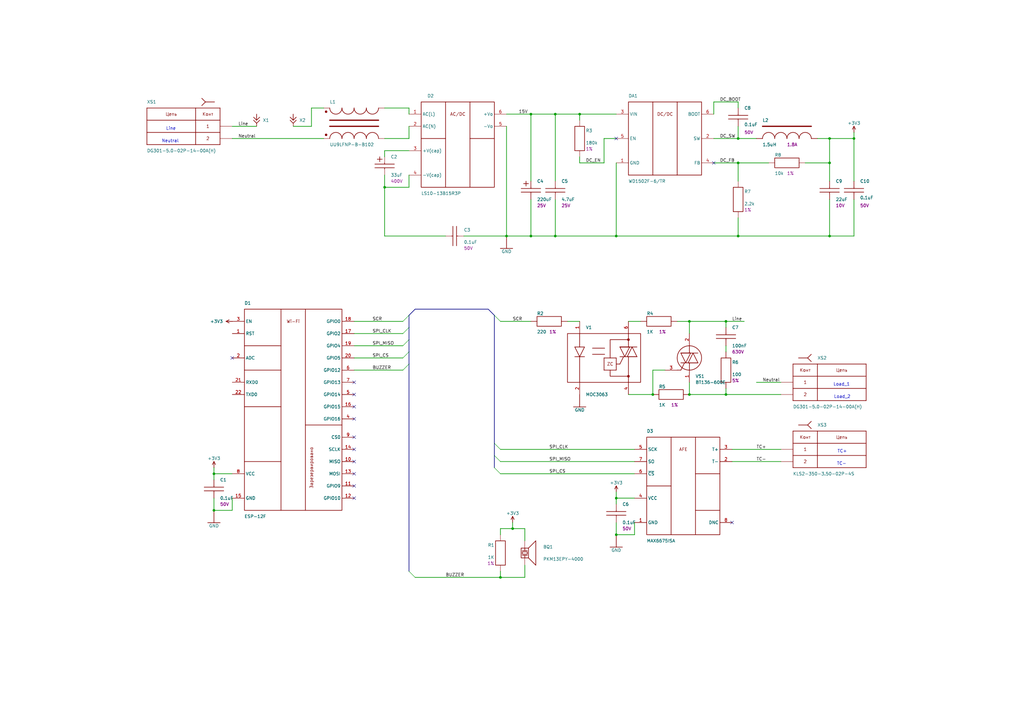
<source format=kicad_sch>
(kicad_sch (version 20231120) (generator "eeschema") (generator_version "8.0")
  (paper "User" 419.989 297.002)
  (lib_symbols
    (symbol "Schematic-altium-import:+3V3_GOST_ARROW" (power)
      (property "Reference" "#PWR" (at 0 0 0))
      (property "Value" "+3V3" (at 0 3.81 0))
      (symbol "+3V3_GOST_ARROW_0_0"
        (pin power_in line (at 0 0 0) (length 0) hide (name "+3V3") (number ""))
      )
    )
    (symbol "Schematic-altium-import:GND_GOST_BAR" (power)
      (property "Reference" "#PWR" (at 0 0 0))
      (property "Value" "GND" (at 0 6.35 0))
      (symbol "GND_GOST_BAR_0_0"
        (pin power_in line (at 0 0 0) (length 0) hide (name "GND") (number ""))
      )
    )
    (symbol "Schematic-altium-import:root_0_Buzzer"
      (symbol "root_0_Buzzer_1_0"
        (pin passive line (at 0 5 270) (length 3) (name "1") (number "1"))
        (pin passive line (at 0 -5 90) (length 3) (name "2") (number "2"))
      )
    )
    (symbol "Schematic-altium-import:root_0_CONN_2PIN_F"
      (property "Reference" "XS3" (at 15 10 0))
      (property "Value" "${PART NUMBER}" (at 5 -10 0))
      (symbol "root_0_CONN_2PIN_F_1_0"
        (text "1" (at 10 0 0) (effects (font (size 1.27 1.27))))
        (text "2" (at 10 -5 0) (effects (font (size 1.27 1.27))))
        (text "Конт" (at 10 5 0) (effects (font (size 1.27 1.27))))
        (text "Цепь" (at 25 5 0) (effects (font (size 1.27 1.27))))
        (pin passive line (at 0 0 0) (length 5) (name "1") (number "1"))
        (pin passive line (at 0 -5 0) (length 5) (name "2") (number "2"))
      )
    )
    (symbol "Schematic-altium-import:root_0_Common Mode Choke"
      (symbol "root_0_Common Mode Choke_1_0"
        (pin passive line (at 0 0 0) (length 2.5) (name "1") (number "1"))
        (pin passive line (at 25 0 180) (length 2.5) (name "2") (number "2"))
        (pin passive line (at 25 -12.5 180) (length 2.5) (name "3") (number "3"))
        (pin passive line (at 0 -12.5 0) (length 2.5) (name "4") (number "4"))
      )
    )
    (symbol "Schematic-altium-import:root_0_ESP-12F"
      (property "Reference" "D1" (at 5 7.5 0))
      (property "Value" "${PART NUMBER}" (at 5 -80 0))
      (symbol "root_0_ESP-12F_1_0"
        (text "Wi-Fi" (at 25 0 0) (effects (font (size 1.27 1.27))))
        (text "Зарезервировано" (at 32.5 -60 900) (effects (font (size 1.27 1.27))))
        (pin passive line (at 0 -5 0) (length 5) (name "RST") (number "1"))
        (pin passive line (at 50 -57.5 180) (length 5) (name "MISO") (number "10"))
        (pin passive line (at 50 -67.5 180) (length 5) (name "GPIO9") (number "11"))
        (pin passive line (at 50 -72.5 180) (length 5) (name "GPIO10") (number "12"))
        (pin passive line (at 50 -62.5 180) (length 5) (name "MOSI") (number "13"))
        (pin passive line (at 50 -52.5 180) (length 5) (name "SCLK") (number "14"))
        (pin passive line (at 0 -72.5 0) (length 5) (name "GND") (number "15"))
        (pin passive line (at 50 -35 180) (length 5) (name "GPIO15") (number "16"))
        (pin passive line (at 50 -5 180) (length 5) (name "GPIO2") (number "17"))
        (pin passive line (at 50 0 180) (length 5) (name "GPIO0") (number "18"))
        (pin passive line (at 50 -10 180) (length 5) (name "GPIO4") (number "19"))
        (pin passive line (at 0 -15 0) (length 5) (name "ADC") (number "2"))
        (pin passive line (at 50 -15 180) (length 5) (name "GPIO5") (number "20"))
        (pin passive line (at 0 -25 0) (length 5) (name "RXD0") (number "21"))
        (pin passive line (at 0 -30 0) (length 5) (name "TXD0") (number "22"))
        (pin passive line (at 0 0 0) (length 5) (name "EN") (number "3"))
        (pin passive line (at 50 -40 180) (length 5) (name "GPIO16") (number "4"))
        (pin passive line (at 50 -30 180) (length 5) (name "GPIO14") (number "5"))
        (pin passive line (at 50 -20 180) (length 5) (name "GPIO12") (number "6"))
        (pin passive line (at 50 -25 180) (length 5) (name "GPIO13") (number "7"))
        (pin passive line (at 0 -62.5 0) (length 5) (name "VCC") (number "8"))
        (pin passive line (at 50 -47.5 180) (length 5) (name "CS0") (number "9"))
      )
    )
    (symbol "Schematic-altium-import:root_0_Inductor"
      (property "Reference" "L2" (at 2.5 7.5 0))
      (property "Value" "${INDUCTANCE}" (at 2.5 -2.5 0))
      (property "PARAMETER" "${RATED CURRENT}" (at 12.5 -2.5 0))
      (symbol "root_0_Inductor_1_0"
        (pin passive line (at 0 0 0) (length 2.5) (name "1") (number "1"))
        (pin passive line (at 25 0 180) (length 2.5) (name "2") (number "2"))
      )
    )
    (symbol "Schematic-altium-import:root_0_LS10-13BxxR3P"
      (property "Reference" "D2" (at 7.5 7.5 0))
      (property "Value" "${PART NUMBER}" (at 5 -32.5 0))
      (symbol "root_0_LS10-13BxxR3P_1_0"
        (text "AC/DC" (at 20 0 0) (effects (font (size 1.27 1.27))))
        (pin passive line (at 0 0 0) (length 5) (name "AC(L)") (number "1"))
        (pin passive line (at 0 -5 0) (length 5) (name "AC(N)") (number "2"))
        (pin passive line (at 0 -15 0) (length 5) (name "+V(cap)") (number "3"))
        (pin passive line (at 0 -25 0) (length 5) (name "-V(cap)") (number "4"))
        (pin passive line (at 40 -5 180) (length 5) (name "-Vo") (number "5"))
        (pin passive line (at 40 0 180) (length 5) (name "+Vo") (number "6"))
      )
    )
    (symbol "Schematic-altium-import:root_0_MAX6675ISA"
      (property "Reference" "D3" (at 5 7.5 0))
      (property "Value" "${PART NUMBER}" (at 5 -37.5 0))
      (symbol "root_0_MAX6675ISA_1_0"
        (text "AFE" (at 20 0 0) (effects (font (size 1.27 1.27))))
        (pin passive line (at 0 -30 0) (length 5) (name "GND") (number "1"))
        (pin passive line (at 40 -5 180) (length 5) (name "T-") (number "2"))
        (pin passive line (at 40 0 180) (length 5) (name "T+") (number "3"))
        (pin passive line (at 0 -20 0) (length 5) (name "VCC") (number "4"))
        (pin passive line (at 0 0 0) (length 5) (name "SCK") (number "5"))
        (pin passive line (at 0 -10 0) (length 5) (name "~{CS}") (number "6"))
        (pin passive line (at 0 -5 0) (length 5) (name "SO") (number "7"))
        (pin passive line (at 40 -30 180) (length 5) (name "DNC") (number "8"))
      )
    )
    (symbol "Schematic-altium-import:root_0_MOC3063"
      (property "Reference" "V1" (at 2.5 0 0))
      (property "Value" "${PART NUMBER}" (at 2.5 -27.5 0))
      (symbol "root_0_MOC3063_1_0"
        (text "ZC" (at 12.5 -15 0) (effects (font (size 1.27 1.27))))
        (pin passive line (at 0 2.5 270) (length 5) (name "+") (number "1"))
        (pin passive line (at 0 -27.5 90) (length 5) (name "-") (number "2"))
        (pin passive line (at 20 -27.5 90) (length 5) (name "") (number "4"))
        (pin passive line (at 20 2.5 270) (length 5) (name "") (number "6"))
      )
    )
    (symbol "Schematic-altium-import:root_0_Resistor"
      (symbol "root_0_Resistor_1_0"
        (pin passive line (at 0 0 0) (length 2.5) (name "1") (number "1"))
        (pin passive line (at 15 0 180) (length 2.5) (name "2") (number "2"))
      )
    )
    (symbol "Schematic-altium-import:root_0_Triac_1T12T23G"
      (property "Reference" "VS1" (at 10 -2.5 0))
      (property "Value" "${PART NUMBER}" (at 10 -5 0))
      (symbol "root_0_Triac_1T12T23G_1_0"
        (pin passive line (at 7.5 -5 90) (length 5) (name "T1") (number "1"))
        (pin passive line (at 7.5 15 270) (length 5) (name "T2") (number "2"))
        (pin passive line (at -2.5 0 0) (length 5) (name "G") (number "3"))
      )
    )
    (symbol "Schematic-altium-import:root_0_WD1502F-6_TR"
      (symbol "root_0_WD1502F-6_TR_1_0"
        (text "DC/DC" (at 20 0 0) (effects (font (size 1.27 1.27))))
        (pin passive line (at 0 -20 0) (length 5) (name "GND") (number "1"))
        (pin passive line (at 40 -10 180) (length 5) (name "SW") (number "2"))
        (pin passive line (at 0 0 0) (length 5) (name "VIN") (number "3"))
        (pin passive line (at 40 -20 180) (length 5) (name "FB") (number "4"))
        (pin passive line (at 0 -10 0) (length 5) (name "EN") (number "5"))
        (pin passive line (at 40 0 180) (length 5) (name "BOOT") (number "6"))
      )
    )
    (symbol "Schematic-altium-import:root_0_mirrored_CONN_2PIN_F"
      (property "Reference" "XS1" (at -35 10 0))
      (property "Value" "${PART NUMBER}" (at -35 -10 0))
      (symbol "root_0_mirrored_CONN_2PIN_F_1_0"
        (text "1" (at -10 0 0) (effects (font (size 1.27 1.27))))
        (text "2" (at -10 -5 0) (effects (font (size 1.27 1.27))))
        (text "Конт" (at -10 5 0) (effects (font (size 1.27 1.27))))
        (text "Цепь" (at -25 5 0) (effects (font (size 1.27 1.27))))
        (pin passive line (at 0 0 180) (length 5) (name "1") (number "1"))
        (pin passive line (at 0 -5 180) (length 5) (name "2") (number "2"))
      )
    )
    (symbol "Schematic-altium-import:root_1_Capacitor"
      (symbol "root_1_Capacitor_1_0"
        (pin passive line (at 0 7.5 270) (length 2.5) (name "1") (number "1"))
        (pin passive line (at 0 0 90) (length 2.5) (name "2") (number "2"))
      )
    )
    (symbol "Schematic-altium-import:root_1_Capacitor_pol"
      (symbol "root_1_Capacitor_pol_1_0"
        (pin passive line (at 0 0 90) (length 2.5) (name "1") (number "1"))
        (pin passive line (at 0 7.5 270) (length 2.5) (name "2") (number "2"))
      )
    )
    (symbol "Schematic-altium-import:root_1_Fuse clip 5x20"
      (symbol "root_1_Fuse clip 5x20_1_0"
        (pin passive line (at 0 0 90) (length 1.25) (name "") (number "1"))
        (pin passive line (at 0 0 90) (length 1.25) (name "1") (number "1"))
      )
    )
    (symbol "Schematic-altium-import:root_1_Resistor"
      (symbol "root_1_Resistor_1_0"
        (pin passive line (at 0 0 90) (length 2.5) (name "1") (number "1"))
        (pin passive line (at 0 15 270) (length 2.5) (name "2") (number "2"))
      )
    )
    (symbol "Schematic-altium-import:root_1_mirrored_Resistor"
      (symbol "root_1_mirrored_Resistor_1_0"
        (pin passive line (at 0 0 90) (length 2.5) (name "1") (number "1"))
        (pin passive line (at 0 15 270) (length 2.5) (name "2") (number "2"))
      )
    )
    (symbol "Schematic-altium-import:root_2_Capacitor"
      (symbol "root_2_Capacitor_1_0"
        (pin passive line (at -7.5 0 0) (length 2.5) (name "1") (number "1"))
        (pin passive line (at 0 0 180) (length 2.5) (name "2") (number "2"))
      )
    )
    (symbol "Schematic-altium-import:root_2_Resistor"
      (symbol "root_2_Resistor_1_0"
        (pin passive line (at 0 0 180) (length 2.5) (name "1") (number "1"))
        (pin passive line (at -15 0 0) (length 2.5) (name "2") (number "2"))
      )
    )
    (symbol "root_0_CONN_2PIN_F_1"
      (property "Reference" "XS2" (at 15 10 0))
      (property "Value" "${PART NUMBER}" (at 5 -10 0))
      (symbol "root_0_CONN_2PIN_F_1_1_0"
        (text "1" (at 10 0 0) (effects (font (size 1.27 1.27))))
        (text "2" (at 10 -5 0) (effects (font (size 1.27 1.27))))
        (text "Конт" (at 10 5 0) (effects (font (size 1.27 1.27))))
        (text "Цепь" (at 25 5 0) (effects (font (size 1.27 1.27))))
        (pin passive line (at 0 0 0) (length 5) (name "1") (number "1"))
        (pin passive line (at 0 -5 0) (length 5) (name "2") (number "2"))
      )
    )
  )
  (junction (at 87.75 209.31))
  (junction (at 205.25 236.81))
  (junction (at 340.25 66.81))
  (junction (at 282.75 131.81))
  (junction (at 252.75 96.81))
  (junction (at 217.75 46.81))
  (junction (at 207.75 96.81))
  (junction (at 297.75 131.81))
  (junction (at 252.75 204.31))
  (junction (at 302.75 66.81))
  (junction (at 217.75 96.81))
  (junction (at 350.25 56.81))
  (junction (at 157.75 76.81))
  (junction (at 227.75 96.81))
  (junction (at 340.25 56.81))
  (junction (at 210.25 216.81))
  (junction (at 237.75 46.81))
  (junction (at 302.75 96.81))
  (junction (at 267.75 161.81))
  (junction (at 227.75 46.81))
  (junction (at 302.75 56.81))
  (junction (at 87.75 194.31))
  (junction (at 340.25 96.81))
  (junction (at 282.75 161.81))
  (junction (at 297.75 161.81))
  (junction (at 252.75 219.31))
  (no_connect (at 145.25 194.31))
  (no_connect (at 292.75 66.81))
  (no_connect (at 145.25 161.81))
  (no_connect (at 145.25 184.31))
  (no_connect (at 145.25 199.31))
  (no_connect (at 95.25 146.81))
  (no_connect (at 145.25 156.81))
  (no_connect (at 145.25 171.81))
  (no_connect (at 145.25 189.31))
  (no_connect (at 300.25 214.31))
  (no_connect (at 145.25 204.31))
  (no_connect (at 252.75 56.81))
  (no_connect (at 145.25 179.31))
  (no_connect (at 145.25 166.81))
  (bus_entry (at 165.25 136.81) (size 2.5 -2.5))
  (bus_entry (at 205.25 184.31) (size -2.5 -2.5))
  (bus_entry (at 205.25 189.31) (size -2.5 -2.5))
  (bus_entry (at 165.25 141.81) (size 2.5 -2.5))
  (bus_entry (at 205.25 194.31) (size -2.5 -2.5))
  (bus_entry (at 165.25 131.81) (size 2.5 -2.5))
  (bus_entry (at 165.25 151.81) (size 2.5 -2.5))
  (bus_entry (at 165.25 146.81) (size 2.5 -2.5))
  (bus_entry (at 170.25 236.81) (size -2.5 -2.5))
  (bus_entry (at 205.25 131.81) (size -2.5 -2.5))
  (wire (pts (xy 145.25 151.81) (xy 165.25 151.81)) (stroke (width 0.254)))
  (wire (pts (xy 350.25 54.31) (xy 350.25 56.81)) (stroke (width 0.254)))
  (wire (pts (xy 157.75 96.81) (xy 182.75 96.81)) (stroke (width 0.254)))
  (wire (pts (xy 252.75 204.31) (xy 252.75 206.81)) (stroke (width 0.254)))
  (wire (pts (xy 217.75 131.81) (xy 205.25 131.81)) (stroke (width 0.254)))
  (wire (pts (xy 297.75 131.81) (xy 305.25 131.81)) (stroke (width 0.254)))
  (wire (pts (xy 267.75 151.81) (xy 267.75 161.81)) (stroke (width 0.254)))
  (wire (pts (xy 215.25 236.81) (xy 215.25 231.81)) (stroke (width 0.254)))
  (wire (pts (xy 205.25 234.31) (xy 205.25 236.81)) (stroke (width 0.254)))
  (wire (pts (xy 157.75 76.81) (xy 167.75 76.81)) (stroke (width 0.254)))
  (wire (pts (xy 167.75 76.81) (xy 167.75 71.81)) (stroke (width 0.254)))
  (wire (pts (xy 157.75 71.81) (xy 157.75 76.81)) (stroke (width 0.254)))
  (wire (pts (xy 292.75 66.81) (xy 302.75 66.81)) (stroke (width 0.254)))
  (wire (pts (xy 267.75 161.81) (xy 257.75 161.81)) (stroke (width 0.254)))
  (wire (pts (xy 95.25 209.31) (xy 87.75 209.31)) (stroke (width 0.254)))
  (wire (pts (xy 257.75 131.81) (xy 262.75 131.81)) (stroke (width 0.254)))
  (wire (pts (xy 272.75 151.81) (xy 267.75 151.81)) (stroke (width 0.254)))
  (wire (pts (xy 350.25 56.81) (xy 350.25 74.31)) (stroke (width 0.254)))
  (wire (pts (xy 302.75 96.81) (xy 340.25 96.81)) (stroke (width 0.254)))
  (wire (pts (xy 252.75 201.81) (xy 252.75 204.31)) (stroke (width 0.254)))
  (wire (pts (xy 207.75 51.81) (xy 207.75 96.81)) (stroke (width 0.254)))
  (wire (pts (xy 95.25 51.81) (xy 105.25 51.81)) (stroke (width 0.254)))
  (bus (pts (xy 170.25 126.81) (xy 167.75 129.31)) (stroke (width 0.254)))
  (wire (pts (xy 157.75 76.81) (xy 157.75 96.81)) (stroke (width 0.254)))
  (wire (pts (xy 320.25 156.81) (xy 310.25 156.81)) (stroke (width 0.254)))
  (wire (pts (xy 297.75 161.81) (xy 320.25 161.81)) (stroke (width 0.254)))
  (wire (pts (xy 227.75 96.81) (xy 252.75 96.81)) (stroke (width 0.254)))
  (wire (pts (xy 297.75 141.81) (xy 297.75 144.31)) (stroke (width 0.254)))
  (wire (pts (xy 340.25 56.81) (xy 335.25 56.81)) (stroke (width 0.254)))
  (bus (pts (xy 167.75 129.31) (xy 167.75 134.31)) (stroke (width 0.254)))
  (wire (pts (xy 95.25 204.31) (xy 95.25 209.31)) (stroke (width 0.254)))
  (wire (pts (xy 252.75 66.81) (xy 252.75 96.81)) (stroke (width 0.254)))
  (wire (pts (xy 207.75 96.81) (xy 217.75 96.81)) (stroke (width 0.254)))
  (wire (pts (xy 227.75 46.81) (xy 237.75 46.81)) (stroke (width 0.254)))
  (wire (pts (xy 282.75 131.81) (xy 282.75 136.81)) (stroke (width 0.254)))
  (wire (pts (xy 167.75 51.81) (xy 167.75 56.81)) (stroke (width 0.254)))
  (wire (pts (xy 127.75 44.31) (xy 132.75 44.31)) (stroke (width 0.254)))
  (wire (pts (xy 282.75 131.81) (xy 297.75 131.81)) (stroke (width 0.254)))
  (wire (pts (xy 297.75 134.31) (xy 297.75 131.81)) (stroke (width 0.254)))
  (wire (pts (xy 260.25 189.31) (xy 205.25 189.31)) (stroke (width 0.254)))
  (wire (pts (xy 232.75 131.81) (xy 237.75 131.81)) (stroke (width 0.254)))
  (wire (pts (xy 302.75 44.31) (xy 302.75 41.81)) (stroke (width 0.254)))
  (wire (pts (xy 302.75 41.81) (xy 292.75 41.81)) (stroke (width 0.254)))
  (bus (pts (xy 200.25 126.81) (xy 170.25 126.81)) (stroke (width 0.254)))
  (wire (pts (xy 297.75 159.31) (xy 297.75 161.81)) (stroke (width 0.254)))
  (wire (pts (xy 260.25 194.31) (xy 205.25 194.31)) (stroke (width 0.254)))
  (wire (pts (xy 167.75 61.81) (xy 157.75 61.81)) (stroke (width 0.254)))
  (wire (pts (xy 252.75 56.81) (xy 247.75 56.81)) (stroke (width 0.254)))
  (wire (pts (xy 217.75 46.81) (xy 217.75 74.31)) (stroke (width 0.254)))
  (wire (pts (xy 217.75 96.81) (xy 217.75 81.81)) (stroke (width 0.254)))
  (wire (pts (xy 227.75 46.81) (xy 227.75 74.31)) (stroke (width 0.254)))
  (wire (pts (xy 167.75 56.81) (xy 157.75 56.81)) (stroke (width 0.254)))
  (wire (pts (xy 157.75 61.81) (xy 157.75 64.31)) (stroke (width 0.254)))
  (wire (pts (xy 145.25 131.81) (xy 165.25 131.81)) (stroke (width 0.254)))
  (wire (pts (xy 302.75 56.81) (xy 302.75 51.81)) (stroke (width 0.254)))
  (wire (pts (xy 215.25 216.81) (xy 215.25 221.81)) (stroke (width 0.254)))
  (wire (pts (xy 205.25 236.81) (xy 215.25 236.81)) (stroke (width 0.254)))
  (wire (pts (xy 252.75 96.81) (xy 302.75 96.81)) (stroke (width 0.254)))
  (wire (pts (xy 227.75 96.81) (xy 227.75 81.81)) (stroke (width 0.254)))
  (wire (pts (xy 340.25 96.81) (xy 350.25 96.81)) (stroke (width 0.254)))
  (wire (pts (xy 260.25 184.31) (xy 205.25 184.31)) (stroke (width 0.254)))
  (bus (pts (xy 167.75 139.31) (xy 167.75 144.31)) (stroke (width 0.254)))
  (wire (pts (xy 95.25 56.81) (xy 132.75 56.81)) (stroke (width 0.254)))
  (wire (pts (xy 302.75 74.31) (xy 302.75 66.81)) (stroke (width 0.254)))
  (wire (pts (xy 292.75 41.81) (xy 292.75 46.81)) (stroke (width 0.254)))
  (bus (pts (xy 202.75 191.81) (xy 202.75 186.81)) (stroke (width 0.254)))
  (wire (pts (xy 127.75 51.81) (xy 127.75 44.31)) (stroke (width 0.254)))
  (wire (pts (xy 282.75 156.81) (xy 282.75 161.81)) (stroke (width 0.254)))
  (wire (pts (xy 145.25 141.81) (xy 165.25 141.81)) (stroke (width 0.254)))
  (wire (pts (xy 340.25 66.81) (xy 340.25 56.81)) (stroke (width 0.254)))
  (wire (pts (xy 120.25 51.81) (xy 127.75 51.81)) (stroke (width 0.254)))
  (wire (pts (xy 217.75 46.81) (xy 227.75 46.81)) (stroke (width 0.254)))
  (wire (pts (xy 87.75 209.31) (xy 87.75 204.31)) (stroke (width 0.254)))
  (bus (pts (xy 167.75 144.31) (xy 167.75 149.31)) (stroke (width 0.254)))
  (wire (pts (xy 205.25 219.31) (xy 205.25 216.81)) (stroke (width 0.254)))
  (wire (pts (xy 167.75 46.81) (xy 167.75 44.31)) (stroke (width 0.254)))
  (wire (pts (xy 340.25 56.81) (xy 350.25 56.81)) (stroke (width 0.254)))
  (wire (pts (xy 145.25 146.81) (xy 165.25 146.81)) (stroke (width 0.254)))
  (wire (pts (xy 207.75 46.81) (xy 217.75 46.81)) (stroke (width 0.254)))
  (wire (pts (xy 237.75 46.81) (xy 237.75 49.31)) (stroke (width 0.254)))
  (bus (pts (xy 202.75 186.81) (xy 202.75 181.81)) (stroke (width 0.254)))
  (wire (pts (xy 237.75 46.81) (xy 252.75 46.81)) (stroke (width 0.254)))
  (wire (pts (xy 340.25 74.31) (xy 340.25 66.81)) (stroke (width 0.254)))
  (wire (pts (xy 340.25 96.81) (xy 340.25 81.81)) (stroke (width 0.254)))
  (wire (pts (xy 350.25 96.81) (xy 350.25 81.81)) (stroke (width 0.254)))
  (wire (pts (xy 210.25 216.81) (xy 215.25 216.81)) (stroke (width 0.254)))
  (wire (pts (xy 247.75 56.81) (xy 247.75 66.81)) (stroke (width 0.254)))
  (wire (pts (xy 217.75 96.81) (xy 227.75 96.81)) (stroke (width 0.254)))
  (wire (pts (xy 260.25 204.31) (xy 252.75 204.31)) (stroke (width 0.254)))
  (wire (pts (xy 237.75 66.81) (xy 237.75 64.31)) (stroke (width 0.254)))
  (wire (pts (xy 302.75 66.81) (xy 315.25 66.81)) (stroke (width 0.254)))
  (wire (pts (xy 95.25 194.31) (xy 87.75 194.31)) (stroke (width 0.254)))
  (wire (pts (xy 87.75 194.31) (xy 87.75 196.81)) (stroke (width 0.254)))
  (wire (pts (xy 210.25 214.31) (xy 210.25 216.81)) (stroke (width 0.254)))
  (wire (pts (xy 190.25 96.81) (xy 207.75 96.81)) (stroke (width 0.254)))
  (bus (pts (xy 167.75 134.31) (xy 167.75 139.31)) (stroke (width 0.254)))
  (wire (pts (xy 330.25 66.81) (xy 340.25 66.81)) (stroke (width 0.254)))
  (wire (pts (xy 205.25 216.81) (xy 210.25 216.81)) (stroke (width 0.254)))
  (wire (pts (xy 302.75 56.81) (xy 310.25 56.81)) (stroke (width 0.254)))
  (wire (pts (xy 320.25 189.31) (xy 300.25 189.31)) (stroke (width 0.254)))
  (wire (pts (xy 247.75 66.81) (xy 237.75 66.81)) (stroke (width 0.254)))
  (wire (pts (xy 170.25 236.81) (xy 205.25 236.81)) (stroke (width 0.254)))
  (wire (pts (xy 260.25 219.31) (xy 252.75 219.31)) (stroke (width 0.254)))
  (bus (pts (xy 167.75 149.31) (xy 167.75 234.31)) (stroke (width 0.254)))
  (wire (pts (xy 145.25 136.81) (xy 165.25 136.81)) (stroke (width 0.254)))
  (wire (pts (xy 87.75 191.81) (xy 87.75 194.31)) (stroke (width 0.254)))
  (wire (pts (xy 252.75 219.31) (xy 252.75 214.31)) (stroke (width 0.254)))
  (wire (pts (xy 302.75 96.81) (xy 302.75 89.31)) (stroke (width 0.254)))
  (wire (pts (xy 167.75 44.31) (xy 157.75 44.31)) (stroke (width 0.254)))
  (wire (pts (xy 282.75 161.81) (xy 297.75 161.81)) (stroke (width 0.254)))
  (wire (pts (xy 292.75 56.81) (xy 302.75 56.81)) (stroke (width 0.254)))
  (wire (pts (xy 277.75 131.81) (xy 282.75 131.81)) (stroke (width 0.254)))
  (wire (pts (xy 320.25 184.31) (xy 300.25 184.31)) (stroke (width 0.254)))
  (bus (pts (xy 202.75 181.81) (xy 202.75 129.31)) (stroke (width 0.254)))
  (bus (pts (xy 202.75 129.31) (xy 200.25 126.81)) (stroke (width 0.254)))
  (wire (pts (xy 260.25 214.31) (xy 260.25 219.31)) (stroke (width 0.254)))
  (text "Load_1" (at 345.186 157.734 0) (effects (font (size 1.27 1.27))))
  (text "Neutral" (at 69.85 57.912 0) (effects (font (size 1.27 1.27))))
  (text "Load_2" (at 345.44 162.814 0) (effects (font (size 1.27 1.27))))
  (text "Line" (at 70.104 52.832 0) (effects (font (size 1.27 1.27))))
  (text "TC-" (at 345.186 190.246 0) (effects (font (size 1.27 1.27))))
  (text "TC+" (at 345.44 185.166 0) (effects (font (size 1.27 1.27))))
  (label "Line" (at 300.25 131.81 0))
  (label "Neutral" (at 97.75 56.81 0))
  (label "DC_FB" (at 295.25 66.81 0))
  (label "DC_SW" (at 295.25 56.81 0))
  (label "SPI_CLK" (at 152.75 136.81 0))
  (label "BUZZER" (at 182.75 236.81 0))
  (label "Line" (at 97.75 51.81 0))
  (label "SCR" (at 210.25 131.81 0))
  (label "SPI_CS" (at 152.75 146.81 0))
  (label "SPI_MISO" (at 225.25 189.31 0))
  (label "DC_BOOT" (at 295.25 41.81 0))
  (label "TC+" (at 310.25 184.31 0))
  (label "BUZZER" (at 152.75 151.81 0))
  (label "SPI_MISO" (at 152.75 141.81 0))
  (label "SPI_CLK" (at 225.25 184.31 0))
  (label "TC-" (at 310.25 189.31 0))
  (label "DC_EN" (at 240.25 66.81 0))
  (label "SCR" (at 152.75 131.81 0))
  (label "15V" (at 212.75 46.81 0))
  (label "SPI_CS" (at 225.25 194.31 0))
  (label "Neutral" (at 312.75 156.81 0))
  (symbol (lib_id "Schematic-altium-import:root_2_Resistor") (at 282.75 161.81 0) (unit 1)
    (property "Reference" "R5" (at 270.25 159.31 0) (effects (justify left bottom)))
    (property "Value" "${RESISTANCE}" (at 270.25 166.81 0) (effects (justify left bottom)))
    (property "Footprint" "RESC1608X55N" (effects (hide yes)))
    (property "PART NUMBER" "0603-1K-1%-1/10 W-100ppm" (effects (hide yes)))
    (property "PACKAGE" "0603" (effects (hide yes)))
    (property "PART STATUS" "Active" (effects (hide yes)))
    (property "RESISTANCE" "1K" (effects (hide yes)))
    (property "TOLERANCE" "1%" (effects (hide yes)))
    (property "POWER" "1/10 W" (effects (hide yes)))
    (property "TEMPERATURE COEFFICIENT" "100ppm" (effects (hide yes)))
    (property "MIN TEMPERATURE" "-55°C" (effects (hide yes)))
    (property "MAX TEMPERATURE" "155°C" (effects (hide yes)))
    (property "PARAMETER" "${TOLERANCE}" (at 275.25 166.81 0) (effects (justify left bottom)))
  )
  (symbol (lib_id "Schematic-altium-import:root_1_Capacitor") (at 227.75 81.81 0) (unit 1)
    (property "Reference" "C5" (at 230.25 74.31 0) (effects (justify left)))
    (property "Value" "${CAPACITANCE}" (at 230.25 81.81 0) (effects (justify left)))
    (property "Footprint" "CAPC3216X19N" (effects (hide yes)))
    (property "PARAMETER" "${VOLTAGE}" (at 230.25 84.31 0) (effects (justify left)))
    (property "PART NUMBER" "1206-4.7uF-25V-10%-X7R" (effects (hide yes)))
    (property "PACKAGE" "1206" (effects (hide yes)))
    (property "PART STATUS" "Active" (effects (hide yes)))
    (property "CAPACITANCE" "4.7uF" (effects (hide yes)))
    (property "VOLTAGE" "25V" (effects (hide yes)))
    (property "TOLERANCE" "10%" (effects (hide yes)))
    (property "DIELECTRIC" "X7R" (effects (hide yes)))
    (property "MIN TEMPERATURE" "-55" (effects (hide yes)))
    (property "MAX TEMPERATURE" "125" (effects (hide yes)))
  )
  (symbol (lib_id "Schematic-altium-import:root_1_Capacitor_pol") (at 217.75 81.81 0) (unit 1)
    (property "Reference" "C4" (at 220.25 74.31 0) (effects (justify left)))
    (property "Value" "${CAPACITANCE}" (at 220.25 81.81 0) (effects (justify left)))
    (property "Footprint" "CAPPRD400W50D850H1350" (effects (hide yes)))
    (property "PARAMETER" "${VOLTAGE}" (at 220.25 84.31 0) (effects (justify left)))
    (property "PART NUMBER" "03EC0360" (effects (hide yes)))
    (property "MANUFACTURER" "KNSCHA" (effects (hide yes)))
    (property "COMPONENTLINK1URL" "https://datasheet.lcsc.com/lcsc/2105241444_KNSCHA-03EC0360_C2833303.pdf" (effects (hide yes)))
    (property "COMPONENTLINK1DESCRIPTION" "Datasheet" (effects (hide yes)))
    (property "CAPACITANCE" "220uF" (effects (hide yes)))
    (property "VOLTAGE" "25V" (effects (hide yes)))
  )
  (symbol (lib_id "Schematic-altium-import:GND_GOST_BAR") (at 87.75 209.31 0) (unit 1)
    (property "Reference" "#PWR0109" (effects (hide yes)))
    (property "Value" "GND" (at 87.75 215.66 0))
  )
  (symbol (lib_id "Schematic-altium-import:root_1_Fuse clip 5x20") (at 105.25 51.81 0) (unit 1)
    (property "Reference" "X1" (at 107.75 49.31 0) (effects (justify left)))
    (property "Value" "${PART NUMBER}" (effects (hide yes)))
    (property "Footprint" "Fuse clip 5x20" (effects (hide yes)))
    (property "PART NUMBER" "Fuse_clip_5x20" (effects (hide yes)))
  )
  (symbol (lib_name "root_0_CONN_2PIN_F_1") (lib_id "Schematic-altium-import:root_0_CONN_2PIN_F") (at 320.25 156.81 0) (unit 1)
    (property "Reference" "XS2" (at 335.25 146.81 0) (effects (justify left)))
    (property "Value" "${PART NUMBER}" (at 325.25 166.81 0) (effects (justify left)))
    (property "Footprint" "DG301-5.0-02P" (effects (hide yes)))
    (property "PART NUMBER" "DG301-5.0-02P-14-00A(H)" (effects (hide yes)))
    (property "MANUFACTURER" "DEGSON" (effects (hide yes)))
    (property "COMPONENTLINK1URL" "https://datasheet.lcsc.com/lcsc/2208121800_DEGSON-DG301-5-0-02P-14-00A-H_C5128812.pdf" (effects (hide yes)))
    (property "COMPONENTLINK1DESCRIPTION" "Datasheet" (effects (hide yes)))
    (property "PART STATUS" "Active" (effects (hide yes)))
  )
  (symbol (lib_id "Schematic-altium-import:root_2_Resistor") (at 277.75 131.81 0) (unit 1)
    (property "Reference" "R4" (at 265.25 129.31 0) (effects (justify left bottom)))
    (property "Value" "${RESISTANCE}" (at 265.25 136.81 0) (effects (justify left bottom)))
    (property "Footprint" "RESC1608X55N" (effects (hide yes)))
    (property "PART NUMBER" "0603-1K-1%-1/10 W-100ppm" (effects (hide yes)))
    (property "PACKAGE" "0603" (effects (hide yes)))
    (property "PART STATUS" "Active" (effects (hide yes)))
    (property "RESISTANCE" "1K" (effects (hide yes)))
    (property "TOLERANCE" "1%" (effects (hide yes)))
    (property "POWER" "1/10 W" (effects (hide yes)))
    (property "TEMPERATURE COEFFICIENT" "100ppm" (effects (hide yes)))
    (property "MIN TEMPERATURE" "-55°C" (effects (hide yes)))
    (property "MAX TEMPERATURE" "155°C" (effects (hide yes)))
    (property "PARAMETER" "${TOLERANCE}" (at 270.25 136.81 0) (effects (justify left bottom)))
  )
  (symbol (lib_id "Schematic-altium-import:root_1_Capacitor") (at 87.75 204.31 0) (unit 1)
    (property "Reference" "C1" (at 90.25 196.81 0) (effects (justify left)))
    (property "Value" "${CAPACITANCE}" (at 90.25 204.31 0) (effects (justify left)))
    (property "Footprint" "CAPC1608X09N" (effects (hide yes)))
    (property "PART NUMBER" "0603-0.1uF-50V-10%-X7R" (effects (hide yes)))
    (property "PACKAGE" "0603" (effects (hide yes)))
    (property "PART STATUS" "Active" (effects (hide yes)))
    (property "CAPACITANCE" "0.1uF" (effects (hide yes)))
    (property "VOLTAGE" "50V" (effects (hide yes)))
    (property "TOLERANCE" "10%" (effects (hide yes)))
    (property "DIELECTRIC" "X7R" (effects (hide yes)))
    (property "MIN TEMPERATURE" "-55" (effects (hide yes)))
    (property "MAX TEMPERATURE" "125" (effects (hide yes)))
    (property "PARAMETER" "${VOLTAGE}" (at 90.25 206.81 0) (effects (justify left)))
  )
  (symbol (lib_id "Schematic-altium-import:root_1_Capacitor") (at 252.75 214.31 0) (unit 1)
    (property "Reference" "C6" (at 255.25 206.81 0) (effects (justify left)))
    (property "Value" "${CAPACITANCE}" (at 255.25 214.31 0) (effects (justify left)))
    (property "Footprint" "CAPC1608X09N" (effects (hide yes)))
    (property "PART NUMBER" "0603-0.1uF-50V-10%-X7R" (effects (hide yes)))
    (property "PACKAGE" "0603" (effects (hide yes)))
    (property "PART STATUS" "Active" (effects (hide yes)))
    (property "CAPACITANCE" "0.1uF" (effects (hide yes)))
    (property "VOLTAGE" "50V" (effects (hide yes)))
    (property "TOLERANCE" "10%" (effects (hide yes)))
    (property "DIELECTRIC" "X7R" (effects (hide yes)))
    (property "MIN TEMPERATURE" "-55" (effects (hide yes)))
    (property "MAX TEMPERATURE" "125" (effects (hide yes)))
    (property "PARAMETER" "${VOLTAGE}" (at 255.25 216.81 0) (effects (justify left)))
  )
  (symbol (lib_id "Schematic-altium-import:root_0_Inductor") (at 310.25 56.81 0) (unit 1)
    (property "Reference" "L2" (at 312.75 49.31 0) (effects (justify left)))
    (property "Value" "${INDUCTANCE}" (at 312.75 59.31 0) (effects (justify left)))
    (property "Footprint" "INDP400L400WX180_N" (effects (hide yes)))
    (property "PARAMETER" "${RATED CURRENT}" (at 322.75 59.31 0) (effects (justify left)))
    (property "PART NUMBER" "SWPA4018S1R5NT" (effects (hide yes)))
    (property "MANUFACTURER" "Sunlord" (effects (hide yes)))
    (property "COMPONENTLINK1URL" "https://datasheet.lcsc.com/lcsc/2110091630_Sunlord-SWPA4018S1R5NT_C80662.pdf" (effects (hide yes)))
    (property "COMPONENTLINK1DESCRIPTION" "Datasheet" (effects (hide yes)))
    (property "PACKAGE" "4018" (effects (hide yes)))
    (property "PART STATUS" "Active" (effects (hide yes)))
    (property "INDUCTANCE" "1.5uH" (effects (hide yes)))
    (property "TOLERANCE" "30%" (effects (hide yes)))
    (property "RESISTANCE" "0.039" (effects (hide yes)))
    (property "SELF RESONANT FREQUENCY" "65MHz" (effects (hide yes)))
    (property "RATED CURRENT" "1.8A" (effects (hide yes)))
    (property "SATURATION CURRENT" "3.35A" (effects (hide yes)))
  )
  (symbol (lib_id "Schematic-altium-import:root_0_Resistor") (at 217.75 131.81 0) (unit 1)
    (property "Reference" "R2" (at 220.25 129.31 0) (effects (justify left bottom)))
    (property "Value" "${RESISTANCE}" (at 220.25 136.81 0) (effects (justify left bottom)))
    (property "Footprint" "RESC1608X55N" (effects (hide yes)))
    (property "PART NUMBER" "0603-220-1%-1/10 W-100ppm" (effects (hide yes)))
    (property "PACKAGE" "0603" (effects (hide yes)))
    (property "PART STATUS" "Active" (effects (hide yes)))
    (property "RESISTANCE" "220" (effects (hide yes)))
    (property "TOLERANCE" "1%" (effects (hide yes)))
    (property "POWER" "1/10 W" (effects (hide yes)))
    (property "TEMPERATURE COEFFICIENT" "100ppm" (effects (hide yes)))
    (property "MIN TEMPERATURE" "-55°C" (effects (hide yes)))
    (property "MAX TEMPERATURE" "155°C" (effects (hide yes)))
    (property "PARAMETER" "${TOLERANCE}" (at 225.25 136.81 0) (effects (justify left bottom)))
  )
  (symbol (lib_id "Schematic-altium-import:root_0_MOC3063") (at 237.75 134.31 0) (unit 1)
    (property "Reference" "V1" (at 240.25 134.31 0) (effects (justify left)))
    (property "Value" "${PART NUMBER}" (at 240.25 161.81 0) (effects (justify left)))
    (property "Footprint" "DIP-6_DIP762W50P254L735H400Q6" (effects (hide yes)))
    (property "PART NUMBER" "MOC3063" (effects (hide yes)))
    (property "MANUFACTURER" "Lite-On" (effects (hide yes)))
    (property "COMPONENTLINK1URL" "https://datasheet.lcsc.com/lcsc/2304140030_Lite-On-MOC3063_C78487.pdf" (effects (hide yes)))
    (property "COMPONENTLINK1DESCRIPTION" "Datasheet" (effects (hide yes)))
    (property "PACKAGE" "DIP-6" (effects (hide yes)))
    (property "PART STATUS" "Active" (effects (hide yes)))
  )
  (symbol (lib_id "Schematic-altium-import:+3V3_GOST_ARROW") (at 210.25 214.31 180) (unit 1)
    (property "Reference" "#PWR0102" (effects (hide yes)))
    (property "Value" "+3V3" (at 210.25 210.5 0))
  )
  (symbol (lib_id "Schematic-altium-import:GND_GOST_BAR") (at 207.75 96.81 0) (unit 1)
    (property "Reference" "#PWR0106" (effects (hide yes)))
    (property "Value" "GND" (at 207.75 103.16 0))
  )
  (symbol (lib_id "Schematic-altium-import:+3V3_GOST_ARROW") (at 87.75 191.81 180) (unit 1)
    (property "Reference" "#PWR0108" (effects (hide yes)))
    (property "Value" "+3V3" (at 87.75 188 0))
  )
  (symbol (lib_id "Schematic-altium-import:root_1_Capacitor") (at 340.25 81.81 0) (unit 1)
    (property "Reference" "C9" (at 342.75 74.31 0) (effects (justify left)))
    (property "Value" "${CAPACITANCE}" (at 342.75 81.81 0) (effects (justify left)))
    (property "Footprint" "CAPC3216X19N" (effects (hide yes)))
    (property "PARAMETER" "${VOLTAGE}" (at 342.75 84.31 0) (effects (justify left)))
    (property "PART NUMBER" "1206-22uF-10V-10%-X7R" (effects (hide yes)))
    (property "PACKAGE" "1206" (effects (hide yes)))
    (property "PART STATUS" "Active" (effects (hide yes)))
    (property "CAPACITANCE" "22uF" (effects (hide yes)))
    (property "VOLTAGE" "10V" (effects (hide yes)))
    (property "TOLERANCE" "10%" (effects (hide yes)))
    (property "DIELECTRIC" "X7R" (effects (hide yes)))
    (property "MIN TEMPERATURE" "-55" (effects (hide yes)))
    (property "MAX TEMPERATURE" "125" (effects (hide yes)))
  )
  (symbol (lib_id "Schematic-altium-import:root_0_Resistor") (at 315.25 66.81 0) (unit 1)
    (property "Reference" "R8" (at 317.75 64.31 0) (effects (justify left bottom)))
    (property "Value" "${RESISTANCE}" (at 317.75 71.81 0) (effects (justify left bottom)))
    (property "Footprint" "RESC1608X55N" (effects (hide yes)))
    (property "PARAMETER" "${TOLERANCE}" (at 322.75 71.81 0) (effects (justify left bottom)))
    (property "PART NUMBER" "0603-10k-1%-1/10 W-100ppm" (effects (hide yes)))
    (property "PACKAGE" "0603" (effects (hide yes)))
    (property "PART STATUS" "Active" (effects (hide yes)))
    (property "RESISTANCE" "10k" (effects (hide yes)))
    (property "TOLERANCE" "1%" (effects (hide yes)))
    (property "POWER" "1/10 W" (effects (hide yes)))
    (property "TEMPERATURE COEFFICIENT" "100ppm" (effects (hide yes)))
    (property "MIN TEMPERATURE" "-55°C" (effects (hide yes)))
    (property "MAX TEMPERATURE" "155°C" (effects (hide yes)))
  )
  (symbol (lib_id "Schematic-altium-import:root_1_Resistor") (at 297.75 159.31 0) (unit 1)
    (property "Reference" "R6" (at 300.25 149.31 0) (effects (justify left bottom)))
    (property "Value" "${RESISTANCE}" (at 300.25 154.31 0) (effects (justify left bottom)))
    (property "Footprint" "MF-05W_RESAD1400W60L1000D500" (effects (hide yes)))
    (property "PARAMETER" "${TOLERANCE}" (at 300.25 156.81 0) (effects (justify left bottom)))
    (property "PART NUMBER" "MF0W2JJ0101A10" (effects (hide yes)))
    (property "MANUFACTURER" "UNI-ROYAL(Uniroyal Elec)" (effects (hide yes)))
    (property "COMPONENTLINK1URL" "https://datasheet.lcsc.com/lcsc/2310191505_UNI-ROYAL-Uniroyal-Elec-MF0W2JJ0101A10_C18724264.pdf" (effects (hide yes)))
    (property "COMPONENTLINK1DESCRIPTION" "Datasheet" (effects (hide yes)))
    (property "PACKAGE" "TH" (effects (hide yes)))
    (property "PART STATUS" "Active" (effects (hide yes)))
    (property "RESISTANCE" "100" (effects (hide yes)))
    (property "TOLERANCE" "5%" (effects (hide yes)))
    (property "POWER" "500mW" (effects (hide yes)))
    (property "TEMPERATURE COEFFICIENT" "200ppm" (effects (hide yes)))
    (property "MIN TEMPERATURE" "-55" (effects (hide yes)))
    (property "MAX TEMPERATURE" "105" (effects (hide yes)))
  )
  (symbol (lib_id "Schematic-altium-import:+3V3_GOST_ARROW") (at 252.75 201.81 180) (unit 1)
    (property "Reference" "#PWR0104" (effects (hide yes)))
    (property "Value" "+3V3" (at 252.75 198 0))
  )
  (symbol (lib_id "Schematic-altium-import:root_0_Triac_1T12T23G") (at 275.25 151.81 0) (unit 1)
    (property "Reference" "VS1" (at 285.25 154.31 0) (effects (justify left)))
    (property "Value" "${PART NUMBER}" (at 285.25 156.81 0) (effects (justify left)))
    (property "Footprint" "TO-220C_TO254_440P1040X460X2000-3" (effects (hide yes)))
    (property "PART NUMBER" "BT136-600Е" (effects (hide yes)))
    (property "MANUFACTURER" "WEIDA" (effects (hide yes)))
    (property "COMPONENTLINK1URL" "https://datasheet.lcsc.com/lcsc/2203021730_WEIDA-BT136-600E_C2901007.pdf" (effects (hide yes)))
    (property "COMPONENTLINK1DESCRIPTION" "Datasheet" (effects (hide yes)))
    (property "PACKAGE" "TO-220C" (effects (hide yes)))
    (property "PART STATUS" "Active" (effects (hide yes)))
  )
  (symbol (lib_id "Schematic-altium-import:root_1_Capacitor") (at 302.75 51.81 0) (unit 1)
    (property "Reference" "C8" (at 305.25 44.31 0) (effects (justify left)))
    (property "Value" "${CAPACITANCE}" (at 305.25 51.81 0) (effects (justify left bottom)))
    (property "Footprint" "CAPC1608X09N" (effects (hide yes)))
    (property "PART NUMBER" "0603-0.1uF-50V-10%-X7R" (effects (hide yes)))
    (property "PACKAGE" "0603" (effects (hide yes)))
    (property "PART STATUS" "Active" (effects (hide yes)))
    (property "CAPACITANCE" "0.1uF" (effects (hide yes)))
    (property "VOLTAGE" "50V" (effects (hide yes)))
    (property "TOLERANCE" "10%" (effects (hide yes)))
    (property "DIELECTRIC" "X7R" (effects (hide yes)))
    (property "MIN TEMPERATURE" "-55" (effects (hide yes)))
    (property "MAX TEMPERATURE" "125" (effects (hide yes)))
    (property "PARAMETER" "${VOLTAGE}" (at 305.25 54.31 0) (effects (justify left)))
  )
  (symbol (lib_id "Schematic-altium-import:root_1_Resistor") (at 237.75 64.31 0) (unit 1)
    (property "Reference" "R3" (at 240.25 54.31 0) (effects (justify left bottom)))
    (property "Value" "${RESISTANCE}" (at 240.25 59.31 0) (effects (justify left bottom)))
    (property "Footprint" "RESC1608X55N" (effects (hide yes)))
    (property "PARAMETER" "${TOLERANCE}" (at 240.25 61.81 0) (effects (justify left bottom)))
    (property "PART NUMBER" "0603-180K-1%-1/10W-100ppm" (effects (hide yes)))
    (property "PACKAGE" "0603" (effects (hide yes)))
    (property "PART STATUS" "Active" (effects (hide yes)))
    (property "RESISTANCE" "180k" (effects (hide yes)))
    (property "TOLERANCE" "1%" (effects (hide yes)))
    (property "POWER" "1/10 W" (effects (hide yes)))
    (property "TEMPERATURE COEFFICIENT" "100ppm" (effects (hide yes)))
    (property "MIN TEMPERATURE" "-55°C" (effects (hide yes)))
    (property "MAX TEMPERATURE" "155°C" (effects (hide yes)))
  )
  (symbol (lib_id "Schematic-altium-import:+3V3_GOST_ARROW") (at 95.25 131.81 270) (unit 1)
    (property "Reference" "#PWR0107" (effects (hide yes)))
    (property "Value" "+3V3" (at 91.44 131.81 90) (effects (justify right)))
  )
  (symbol (lib_id "Schematic-altium-import:root_0_CONN_2PIN_F") (at 320.25 184.31 0) (unit 1)
    (property "Reference" "XS3" (at 335.25 174.31 0) (effects (justify left)))
    (property "Value" "${PART NUMBER}" (at 325.25 194.31 0) (effects (justify left)))
    (property "Footprint" "KLS2-350-3.50-02P-4S" (effects (hide yes)))
    (property "PART NUMBER" "KLS2-350-3.50-02P-4S" (effects (hide yes)))
    (property "MANUFACTURER" "KLS" (effects (hide yes)))
    (property "COMPONENTLINK1URL" "https://img.klsele.com/admin/product_upload/20170915092321350%20he.pdf" (effects (hide yes)))
    (property "COMPONENTLINK1DESCRIPTION" "Datasheet" (effects (hide yes)))
    (property "PART STATUS" "Active" (effects (hide yes)))
  )
  (symbol (lib_id "Schematic-altium-import:+3V3_GOST_ARROW") (at 350.25 54.31 180) (unit 1)
    (property "Reference" "#PWR0105" (effects (hide yes)))
    (property "Value" "+3V3" (at 350.25 50.5 0))
  )
  (symbol (lib_id "Schematic-altium-import:root_1_Capacitor") (at 350.25 81.81 0) (unit 1)
    (property "Reference" "C10" (at 352.75 74.31 0) (effects (justify left)))
    (property "Value" "${CAPACITANCE}" (at 352.75 81.81 0) (effects (justify left bottom)))
    (property "Footprint" "CAPC1608X09N" (effects (hide yes)))
    (property "PART NUMBER" "0603-0.1uF-50V-10%-X7R" (effects (hide yes)))
    (property "PACKAGE" "0603" (effects (hide yes)))
    (property "PART STATUS" "Active" (effects (hide yes)))
    (property "CAPACITANCE" "0.1uF" (effects (hide yes)))
    (property "VOLTAGE" "50V" (effects (hide yes)))
    (property "TOLERANCE" "10%" (effects (hide yes)))
    (property "DIELECTRIC" "X7R" (effects (hide yes)))
    (property "MIN TEMPERATURE" "-55" (effects (hide yes)))
    (property "MAX TEMPERATURE" "125" (effects (hide yes)))
    (property "PARAMETER" "${VOLTAGE}" (at 352.75 84.31 0) (effects (justify left)))
  )
  (symbol (lib_id "Schematic-altium-import:root_2_Capacitor") (at 190.25 96.81 0) (unit 1)
    (property "Reference" "C3" (at 190.25 94.31 0) (effects (justify left)))
    (property "Value" "${CAPACITANCE}" (at 190.25 99.31 0) (effects (justify left)))
    (property "Footprint" "CAPC1608X09N" (effects (hide yes)))
    (property "PART NUMBER" "0603-0.1uF-50V-10%-X7R" (effects (hide yes)))
    (property "PACKAGE" "0603" (effects (hide yes)))
    (property "PART STATUS" "Active" (effects (hide yes)))
    (property "CAPACITANCE" "0.1uF" (effects (hide yes)))
    (property "VOLTAGE" "50V" (effects (hide yes)))
    (property "TOLERANCE" "10%" (effects (hide yes)))
    (property "DIELECTRIC" "X7R" (effects (hide yes)))
    (property "MIN TEMPERATURE" "-55" (effects (hide yes)))
    (property "MAX TEMPERATURE" "125" (effects (hide yes)))
    (property "PARAMETER" "${VOLTAGE}" (at 190.25 101.81 0) (effects (justify left)))
  )
  (symbol (lib_id "Schematic-altium-import:root_0_WD1502F-6_TR") (at 252.75 46.81 0) (unit 1)
    (property "Reference" "DA1" (at 257.75 39.31 0) (effects (justify left)))
    (property "Value" "${PART NUMBER}" (at 257.75 74.31 0) (effects (justify left)))
    (property "Footprint" "SOT23-6P95_280X90L45X42N" (effects (hide yes)))
    (property "PART NUMBER" "WD1502F-6/TR" (effects (hide yes)))
    (property "MANUFACTURER" "WILLSEMI(Will Semicon)" (effects (hide yes)))
    (property "COMPONENTLINK1URL" "https://datasheet.lcsc.com/lcsc/2201121500_WILLSEMI-Will-Semicon-WD1502F-6-TR_C2931307.pdf" (effects (hide yes)))
    (property "COMPONENTLINK1DESCRIPTION" "Datasheet" (effects (hide yes)))
    (property "PACKAGE" "SOT23-6" (effects (hide yes)))
    (property "PART STATUS" "Active" (effects (hide yes)))
  )
  (symbol (lib_id "Schematic-altium-import:root_0_MAX6675ISA") (at 260.25 184.31 0) (unit 1)
    (property "Reference" "D3" (at 265.25 176.81 0) (effects (justify left)))
    (property "Value" "${PART NUMBER}" (at 265.25 221.81 0) (effects (justify left)))
    (property "Footprint" "SOIC8P127_490X600X175L83X42N" (effects (hide yes)))
    (property "PART NUMBER" "MAX6675ISA" (effects (hide yes)))
    (property "MANUFACTURER" "Analog Devices Inc./Maxim Integrated" (effects (hide yes)))
    (property "COMPONENTLINK1URL" "https://datasheet.lcsc.com/lcsc/1810181421_Analog-Devices-Inc--Maxim-Integrated-MAX6675ISA-T_C16030.pdf" (effects (hide yes)))
    (property "COMPONENTLINK1DESCRIPTION" "Datasheet" (effects (hide yes)))
    (property "PACKAGE" "SOIC-8" (effects (hide yes)))
    (property "PART STATUS" "Active" (effects (hide yes)))
  )
  (symbol (lib_id "Schematic-altium-import:root_0_Buzzer") (at 215.25 226.81 0) (unit 1)
    (property "Reference" "BQ1" (at 222.75 224.31 0) (effects (justify left)))
    (property "Value" "${PART NUMBER}" (at 222.75 229.31 0) (effects (justify left)))
    (property "Footprint" "R_D12p6_H6p9_S5_d0p5" (effects (hide yes)))
    (property "PART NUMBER" "PKM13EPY-4000" (effects (hide yes)))
    (property "MANUFACTURER" "Murata" (effects (hide yes)))
    (property "COMPONENTLINK1URL" "https://pdf1.alldatasheet.com/datasheet-pdf/view/116967/MURATA/PKM13EPY-4000-A0.html" (effects (hide yes)))
    (property "COMPONENTLINK1DESCRIPTION" "Datasheet" (effects (hide yes)))
    (property "PACKAGE" "TH" (effects (hide yes)))
    (property "PART STATUS" "Active" (effects (hide yes)))
  )
  (symbol (lib_id "Schematic-altium-import:root_0_mirrored_CONN_2PIN_F") (at 95.25 51.81 0) (unit 1)
    (property "Reference" "XS1" (at 60.25 41.81 0) (effects (justify left)))
    (property "Value" "${PART NUMBER}" (at 60.25 61.81 0) (effects (justify left)))
    (property "Footprint" "DG301-5.0-02P" (effects (hide yes)))
    (property "PART NUMBER" "DG301-5.0-02P-14-00A(H)" (effects (hide yes)))
    (property "MANUFACTURER" "DEGSON" (effects (hide yes)))
    (property "COMPONENTLINK1URL" "https://datasheet.lcsc.com/lcsc/2208121800_DEGSON-DG301-5-0-02P-14-00A-H_C5128812.pdf" (effects (hide yes)))
    (property "COMPONENTLINK1DESCRIPTION" "Datasheet" (effects (hide yes)))
    (property "PART STATUS" "Active" (effects (hide yes)))
  )
  (symbol (lib_id "Schematic-altium-import:root_1_mirrored_Resistor") (at 205.25 234.31 0) (unit 1)
    (property "Reference" "R1" (at 202.75 224.31 0) (effects (justify right bottom)))
    (property "Value" "${RESISTANCE}" (at 202.75 229.31 0) (effects (justify right bottom)))
    (property "Footprint" "RESC1608X55N" (effects (hide yes)))
    (property "PART NUMBER" "0603-1K-1%-1/10 W-100ppm" (effects (hide yes)))
    (property "PACKAGE" "0603" (effects (hide yes)))
    (property "PART STATUS" "Active" (effects (hide yes)))
    (property "RESISTANCE" "1K" (effects (hide yes)))
    (property "TOLERANCE" "1%" (effects (hide yes)))
    (property "POWER" "1/10 W" (effects (hide yes)))
    (property "TEMPERATURE COEFFICIENT" "100ppm" (effects (hide yes)))
    (property "MIN TEMPERATURE" "-55°C" (effects (hide yes)))
    (property "MAX TEMPERATURE" "155°C" (effects (hide yes)))
    (property "PARAMETER" "${TOLERANCE}" (at 202.75 231.81 0) (effects (justify right bottom)))
  )
  (symbol (lib_id "Schematic-altium-import:root_0_LS10-13BxxR3P") (at 167.75 46.81 0) (unit 1)
    (property "Reference" "D2" (at 175.25 39.31 0) (effects (justify left)))
    (property "Value" "${PART NUMBER}" (at 172.75 79.31 0) (effects (justify left)))
    (property "Footprint" "LS10-13BxxR3P_LUT" (effects (hide yes)))
    (property "PART NUMBER" "LS10-13B15R3P" (effects (hide yes)))
    (property "MANUFACTURER" "MORNSUN Guangzhou S& T" (effects (hide yes)))
    (property "COMPONENTLINK1URL" "https://datasheet.lcsc.com/lcsc/2304140030_MORNSUN-Guangzhou-S--T-LS10-13B15R3P_C2684858.pdf" (effects (hide yes)))
    (property "COMPONENTLINK1DESCRIPTION" "Datasheet" (effects (hide yes)))
  )
  (symbol (lib_id "Schematic-altium-import:root_1_Resistor") (at 302.75 89.31 0) (unit 1)
    (property "Reference" "R7" (at 305.25 79.31 0) (effects (justify left bottom)))
    (property "Value" "${RESISTANCE}" (at 305.25 84.31 0) (effects (justify left bottom)))
    (property "Footprint" "RESC1608X55N" (effects (hide yes)))
    (property "PARAMETER" "${TOLERANCE}" (at 305.25 86.81 0) (effects (justify left bottom)))
    (property "PART NUMBER" "0603-2.2K-1%-1/10W-100ppm" (effects (hide yes)))
    (property "PACKAGE" "0603" (effects (hide yes)))
    (property "PART STATUS" "Active" (effects (hide yes)))
    (property "RESISTANCE" "2.2k" (effects (hide yes)))
    (property "TOLERANCE" "1%" (effects (hide yes)))
    (property "POWER" "1/10 W" (effects (hide yes)))
    (property "TEMPERATURE COEFFICIENT" "1/10 W" (effects (hide yes)))
    (property "MIN TEMPERATURE" "-55°C" (effects (hide yes)))
    (property "MAX TEMPERATURE" "155°C" (effects (hide yes)))
  )
  (symbol (lib_id "Schematic-altium-import:GND_GOST_BAR") (at 252.75 219.31 0) (unit 1)
    (property "Reference" "#PWR0103" (effects (hide yes)))
    (property "Value" "GND" (at 252.75 225.66 0))
  )
  (symbol (lib_id "Schematic-altium-import:root_1_Capacitor") (at 297.75 141.81 0) (unit 1)
    (property "Reference" "C7" (at 300.25 134.31 0) (effects (justify left)))
    (property "Value" "${CAPACITANCE}" (at 300.25 141.81 0) (effects (justify left)))
    (property "Footprint" "CAPRR1600W70L1750T600H1200" (effects (hide yes)))
    (property "PARAMETER" "${VOLTAGE}" (at 300.25 144.31 0) (effects (justify left)))
    (property "PART NUMBER" "MEF104J2J6AS6040A1" (effects (hide yes)))
    (property "MANUFACTURER" "JOEY" (effects (hide yes)))
    (property "COMPONENTLINK1URL" "https://datasheet.lcsc.com/lcsc/2311211613_JOEY-MEF104J2J6AS6040A1_C18295882.pdf" (effects (hide yes)))
    (property "COMPONENTLINK1DESCRIPTION" "Datasheet" (effects (hide yes)))
    (property "PACKAGE" "TH" (effects (hide yes)))
    (property "PART STATUS" "Active" (effects (hide yes)))
    (property "CAPACITANCE" "100nF" (effects (hide yes)))
    (property "VOLTAGE" "630V" (effects (hide yes)))
    (property "TOLERANCE" "5%" (effects (hide yes)))
    (property "DIELECTRIC" "Polyester" (effects (hide yes)))
    (property "MIN TEMPERATURE" "-55" (effects (hide yes)))
    (property "MAX TEMPERATURE" "105" (effects (hide yes)))
  )
  (symbol (lib_id "Schematic-altium-import:GND_GOST_BAR") (at 237.75 161.81 0) (unit 1)
    (property "Reference" "#PWR0101" (effects (hide yes)))
    (property "Value" "GND" (at 237.75 168.16 0))
  )
  (symbol (lib_id "Schematic-altium-import:root_0_Common Mode Choke") (at 132.75 44.31 0) (unit 1)
    (property "Reference" "L1" (at 135.25 41.81 0) (effects (justify left)))
    (property "Value" "${PART NUMBER}" (at 135.25 59.31 0) (effects (justify left)))
    (property "Footprint" "UU9LF" (effects (hide yes)))
    (property "PART NUMBER" "UU9LFNP-B-B102" (effects (hide yes)))
    (property "MANUFACTURER" "Sumida" (effects (hide yes)))
    (property "COMPONENTLINK1URL" "https://www.promelec.ru/fs/sources/7d/fb/00/93/a0ed9916e485af1b33b50f4f.pdf" (effects (hide yes)))
    (property "COMPONENTLINK1DESCRIPTION" "Datasheet" (effects (hide yes)))
    (property "PART STATUS" "Active" (effects (hide yes)))
  )
  (symbol (lib_id "Schematic-altium-import:root_1_Fuse clip 5x20") (at 120.25 51.81 0) (unit 1)
    (property "Reference" "X2" (at 122.75 49.31 0) (effects (justify left)))
    (property "Value" "${PART NUMBER}" (effects (hide yes)))
    (property "Footprint" "Fuse clip 5x20" (effects (hide yes)))
    (property "PART NUMBER" "Fuse_clip_5x20" (effects (hide yes)))
  )
  (symbol (lib_id "Schematic-altium-import:root_1_Capacitor_pol") (at 157.75 71.81 0) (unit 1)
    (property "Reference" "C2" (at 160.25 64.31 0) (effects (justify left)))
    (property "Value" "${CAPACITANCE}" (at 160.25 71.81 0) (effects (justify left)))
    (property "Footprint" "CAPPRD800W80D1650H2200" (effects (hide yes)))
    (property "PARAMETER" "${VOLTAGE}" (at 160.25 74.31 0) (effects (justify left)))
    (property "PART NUMBER" "CG330MOD20BP" (effects (hide yes)))
    (property "MANUFACTURER" "TWBOR" (effects (hide yes)))
    (property "COMPONENTLINK1URL" "https://datasheet.lcsc.com/lcsc/2108072230_TWBOR-CG330MOD20BP_C2844433.pdf" (effects (hide yes)))
    (property "COMPONENTLINK1DESCRIPTION" "Datasheet" (effects (hide yes)))
    (property "CAPACITANCE" "33uF" (effects (hide yes)))
    (property "VOLTAGE" "400V" (effects (hide yes)))
  )
  (symbol (lib_id "Schematic-altium-import:root_0_ESP-12F") (at 95.25 131.81 0) (unit 1)
    (property "Reference" "D1" (at 100.25 124.31 0) (effects (justify left)))
    (property "Value" "${PART NUMBER}" (at 100.25 211.81 0) (effects (justify left)))
    (property "Footprint" "ESP-12F" (effects (hide yes)))
    (property "PART NUMBER" "ESP-12F" (effects (hide yes)))
    (property "MANUFACTURER" "Ai-Thinker" (effects (hide yes)))
    (property "COMPONENTLINK1URL" "https://datasheet.lcsc.com/lcsc/2102191804_Ai-Thinker-ESP-12F-ESP8266MOD_C82891.pdf" (effects (hide yes)))
    (property "COMPONENTLINK1DESCRIPTION" "Datasheet" (effects (hide yes)))
    (property "PACKAGE" "QFN-44" (effects (hide yes)))
    (property "PART STATUS" "Active" (effects (hide yes)))
  )
)
</source>
